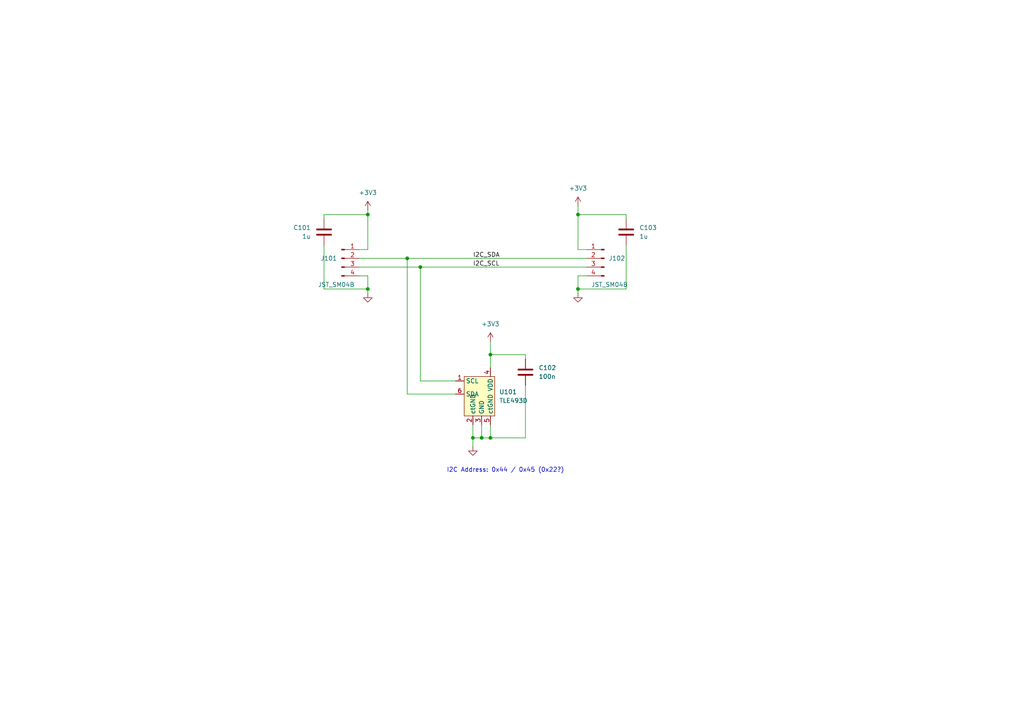
<source format=kicad_sch>
(kicad_sch (version 20211123) (generator eeschema)
  (paper "A4")
  (lib_symbols
    (symbol "Connector:Conn_01x04_Male" (pin_names (offset 1.016) hide)
      (property "Reference" "J" (at 0 5.08 0))
      (property "Value" "Conn_01x04_Male" (at 0 -7.62 0))
      (symbol "Conn_01x04_Male_1_1"
        (polyline (pts (xy 1.27 -5.08) (xy 0.8636 -5.08)) (stroke (width 0.1524)))
        (polyline (pts (xy 1.27 -2.54) (xy 0.8636 -2.54)) (stroke (width 0.1524)))
        (polyline (pts (xy 1.27 0) (xy 0.8636 0)) (stroke (width 0.1524)))
        (polyline (pts (xy 1.27 2.54) (xy 0.8636 2.54)) (stroke (width 0.1524)))
        (rectangle (start 0.8636 -4.953) (end 0 -5.207) (stroke (width 0.1524)) (fill (type outline)))
        (rectangle (start 0.8636 -2.413) (end 0 -2.667) (stroke (width 0.1524)) (fill (type outline)))
        (rectangle (start 0.8636 0.127) (end 0 -0.127) (stroke (width 0.1524)) (fill (type outline)))
        (rectangle (start 0.8636 2.667) (end 0 2.413) (stroke (width 0.1524)) (fill (type outline)))
        (pin passive line (at 5.08 2.54 180) (length 3.81) (name "Pin_1") (number "1"))
        (pin passive line (at 5.08 0 180) (length 3.81) (name "Pin_2") (number "2"))
        (pin passive line (at 5.08 -2.54 180) (length 3.81) (name "Pin_3") (number "3"))
        (pin passive line (at 5.08 -5.08 180) (length 3.81) (name "Pin_4") (number "4"))
      )
    )
    (symbol "Device:C" (pin_numbers hide) (pin_names (offset 0.254))
      (property "Reference" "C" (at 0.635 2.54 0))
      (property "Value" "C" (at 0.635 -2.54 0))
      (symbol "C_0_1"
        (polyline (pts (xy -2.032 -0.762) (xy 2.032 -0.762)) (stroke (width 0.508)))
        (polyline (pts (xy -2.032 0.762) (xy 2.032 0.762)) (stroke (width 0.508)))
      )
      (symbol "C_1_1"
        (pin passive line (at 0 3.81 270) (length 2.794) (name "~") (number "1"))
        (pin passive line (at 0 -3.81 90) (length 2.794) (name "~") (number "2"))
      )
    )
    (symbol "Eldalote_symbols:TLE493D"
      (property "Reference" "U" (at 16.51 8.89 0))
      (property "Value" "TLE493D" (at 12.7 12.7 0))
      (symbol "TLE493D_0_1"
        (rectangle (start -5.08 6.35) (end 3.81 -5.08) (fill (type background)))
      )
      (symbol "TLE493D_1_1"
        (pin passive line (at -7.62 5.08 0) (length 2.54) (name "SCL") (number "1"))
        (pin passive line (at -2.54 -7.62 90) (length 2.54) (name "ctGND") (number "2"))
        (pin passive line (at 0 -7.62 90) (length 2.54) (name "GND") (number "3"))
        (pin passive line (at 2.54 8.89 270) (length 2.54) (name "VDD") (number "4"))
        (pin passive line (at 2.54 -7.62 90) (length 2.54) (name "ctGND") (number "5"))
        (pin passive line (at -7.62 1.27 0) (length 2.54) (name "SDA") (number "6"))
      )
    )
    (symbol "power:+3V3" (power) (pin_names (offset 0))
      (property "Value" "+3V3" (at 0 3.556 0))
      (symbol "+3V3_0_1"
        (polyline (pts (xy -0.762 1.27) (xy 0 2.54)))
        (polyline (pts (xy 0 0) (xy 0 2.54)))
        (polyline (pts (xy 0 2.54) (xy 0.762 1.27)))
      )
      (symbol "+3V3_1_1"
        (pin power_in line (at 0 0 90) (length 0) hide (name "+3V3") (number "1"))
      )
    )
    (symbol "power:GND" (power) (pin_names (offset 0))
      (property "Value" "GND" (at 0 -3.81 0))
      (symbol "GND_0_1"
        (polyline (pts (xy 0 0) (xy 0 -1.27) (xy 1.27 -1.27) (xy 0 -2.54) (xy -1.27 -1.27) (xy 0 -1.27)))
      )
      (symbol "GND_1_1"
        (pin power_in line (at 0 0 270) (length 0) hide (name "GND") (number "1"))
      )
    )
  )
  (junction (at 139.7 127))
  (junction (at 142.24 127))
  (junction (at 106.68 62.23))
  (junction (at 137.16 127))
  (junction (at 118.11 74.93))
  (junction (at 167.64 62.23))
  (junction (at 121.92 77.47))
  (junction (at 142.24 102.87))
  (junction (at 106.68 83.82))
  (junction (at 167.64 83.82))
  (wire (pts (xy 181.61 63.5) (xy 181.61 62.23)))
  (wire (pts (xy 118.11 114.3) (xy 132.08 114.3)))
  (wire (pts (xy 121.92 110.49) (xy 121.92 77.47)))
  (wire (pts (xy 104.14 74.93) (xy 118.11 74.93)))
  (wire (pts (xy 137.16 127) (xy 137.16 123.19)))
  (wire (pts (xy 118.11 114.3) (xy 118.11 74.93)))
  (wire (pts (xy 142.24 123.19) (xy 142.24 127)))
  (wire (pts (xy 181.61 83.82) (xy 167.64 83.82)))
  (wire (pts (xy 106.68 72.39) (xy 106.68 62.23)))
  (wire (pts (xy 167.64 62.23) (xy 181.61 62.23)))
  (wire (pts (xy 118.11 74.93) (xy 170.18 74.93)))
  (wire (pts (xy 139.7 127) (xy 137.16 127)))
  (wire (pts (xy 106.68 62.23) (xy 106.68 60.96)))
  (wire (pts (xy 170.18 72.39) (xy 167.64 72.39)))
  (wire (pts (xy 142.24 102.87) (xy 152.4 102.87)))
  (wire (pts (xy 104.14 77.47) (xy 121.92 77.47)))
  (wire (pts (xy 106.68 83.82) (xy 106.68 85.09)))
  (wire (pts (xy 93.98 71.12) (xy 93.98 83.82)))
  (wire (pts (xy 167.64 83.82) (xy 167.64 85.09)))
  (wire (pts (xy 170.18 80.01) (xy 167.64 80.01)))
  (wire (pts (xy 93.98 63.5) (xy 93.98 62.23)))
  (wire (pts (xy 181.61 71.12) (xy 181.61 83.82)))
  (wire (pts (xy 152.4 102.87) (xy 152.4 104.14)))
  (wire (pts (xy 142.24 99.06) (xy 142.24 102.87)))
  (wire (pts (xy 139.7 123.19) (xy 139.7 127)))
  (wire (pts (xy 106.68 62.23) (xy 93.98 62.23)))
  (wire (pts (xy 152.4 111.76) (xy 152.4 127)))
  (wire (pts (xy 104.14 72.39) (xy 106.68 72.39)))
  (wire (pts (xy 106.68 80.01) (xy 106.68 83.82)))
  (wire (pts (xy 167.64 72.39) (xy 167.64 62.23)))
  (wire (pts (xy 167.64 80.01) (xy 167.64 83.82)))
  (wire (pts (xy 137.16 127) (xy 137.16 129.54)))
  (wire (pts (xy 93.98 83.82) (xy 106.68 83.82)))
  (wire (pts (xy 142.24 106.68) (xy 142.24 102.87)))
  (wire (pts (xy 142.24 127) (xy 139.7 127)))
  (wire (pts (xy 152.4 127) (xy 142.24 127)))
  (wire (pts (xy 121.92 77.47) (xy 170.18 77.47)))
  (wire (pts (xy 104.14 80.01) (xy 106.68 80.01)))
  (wire (pts (xy 121.92 110.49) (xy 132.08 110.49)))
  (wire (pts (xy 167.64 62.23) (xy 167.64 59.69)))
  (text "I2C Address: 0x44 / 0x45 (0x22?)" (at 129.54 137.16 0) (effects (font (size 1.27 1.27)) (justify left bottom)))
  (label "I2C_SCL" (at 137.16 77.47 0))
  (label "I2C_SDA" (at 137.16 74.93 0))
  (symbol (lib_id "Device:C") (at 93.98 67.31 0) (mirror y) (unit 1)
    (property "Reference" "C101" (at 90.17 66.0399 0) (effects (justify left)))
    (property "Value" "1u" (at 90.17 68.5799 0) (effects (justify left)))
    (property "Footprint" "Capacitor_SMD:C_0603_1608Metric" (effects hide))
    (property "MfID" "CL10A105KA8NNNC" (effects hide))
  )
  (symbol (lib_id "Connector:Conn_01x04_Male") (at 175.26 74.93 0) (mirror y) (unit 1)
    (property "Reference" "J102" (at 176.53 74.9299 0) (effects (justify right)))
    (property "Value" "JST_SM04B" (at 171.45 82.55 0) (effects (justify right)))
    (property "Footprint" "Connector_JST:JST_SH_SM04B-SRSS-TB_1x04-1MP_P1.00mm_Horizontal" (effects hide))
    (property "MfID" "SM04B-SRSS-TB(LF)(SN)" (effects hide))
  )
  (symbol (lib_id "power:+3V3") (at 142.24 99.06 0) (unit 1)
    (property "Reference" "#PWR0104" (effects hide))
    (property "Value" "+3V3" (at 142.24 93.98 0))
  )
  (symbol (lib_id "power:+3V3") (at 167.64 59.69 0) (unit 1)
    (property "Reference" "#PWR0105" (effects hide))
    (property "Value" "+3V3" (at 167.64 54.61 0))
  )
  (symbol (lib_id "power:GND") (at 106.68 85.09 0) (mirror y) (unit 1)
    (property "Reference" "#PWR0102" (effects hide))
    (property "Value" "GND" (effects hide))
  )
  (symbol (lib_id "Connector:Conn_01x04_Male") (at 99.06 74.93 0) (unit 1)
    (property "Reference" "J101" (at 97.79 74.9299 0) (effects (justify right)))
    (property "Value" "JST_SM04B" (at 102.87 82.55 0) (effects (justify right)))
    (property "Footprint" "Connector_JST:JST_SH_SM04B-SRSS-TB_1x04-1MP_P1.00mm_Horizontal" (effects hide))
    (property "MfID" "SM04B-SRSS-TB(LF)(SN)" (effects hide))
  )
  (symbol (lib_id "power:GND") (at 167.64 85.09 0) (unit 1)
    (property "Reference" "#PWR0106" (effects hide))
    (property "Value" "GND" (effects hide))
  )
  (symbol (lib_id "Device:C") (at 152.4 107.95 0) (unit 1)
    (property "Reference" "C102" (at 156.21 106.6799 0) (effects (justify left)))
    (property "Value" "100n" (at 156.21 109.2199 0) (effects (justify left)))
    (property "Footprint" "Capacitor_SMD:C_0402_1005Metric" (effects hide))
    (property "MfID" "CL05A104KA5NNNC" (effects hide))
  )
  (symbol (lib_id "power:GND") (at 137.16 129.54 0) (unit 1)
    (property "Reference" "#PWR0103" (effects hide))
    (property "Value" "GND" (effects hide))
  )
  (symbol (lib_id "power:+3V3") (at 106.68 60.96 0) (mirror y) (unit 1)
    (property "Reference" "#PWR0101" (effects hide))
    (property "Value" "+3V3" (at 106.68 55.88 0))
  )
  (symbol (lib_id "Device:C") (at 181.61 67.31 0) (unit 1)
    (property "Reference" "C103" (at 185.42 66.0399 0) (effects (justify left)))
    (property "Value" "1u" (at 185.42 68.5799 0) (effects (justify left)))
    (property "Footprint" "Capacitor_SMD:C_0603_1608Metric" (effects hide))
    (property "MfID" "CL10A105KA8NNNC" (effects hide))
  )
  (symbol (lib_id "Eldalote_symbols:TLE493D") (at 139.7 115.57 0) (unit 1)
    (property "Reference" "U101" (at 144.78 113.6649 0) (effects (justify left)))
    (property "Value" "TLE493D" (at 144.78 116.2049 0) (effects (justify left)))
    (property "Footprint" "Package_TO_SOT_SMD:SOT-23-6" (effects hide))
    (property "MfID" "TLE493DW2B6A1HTSA1" (effects hide))
  )
)
</source>
